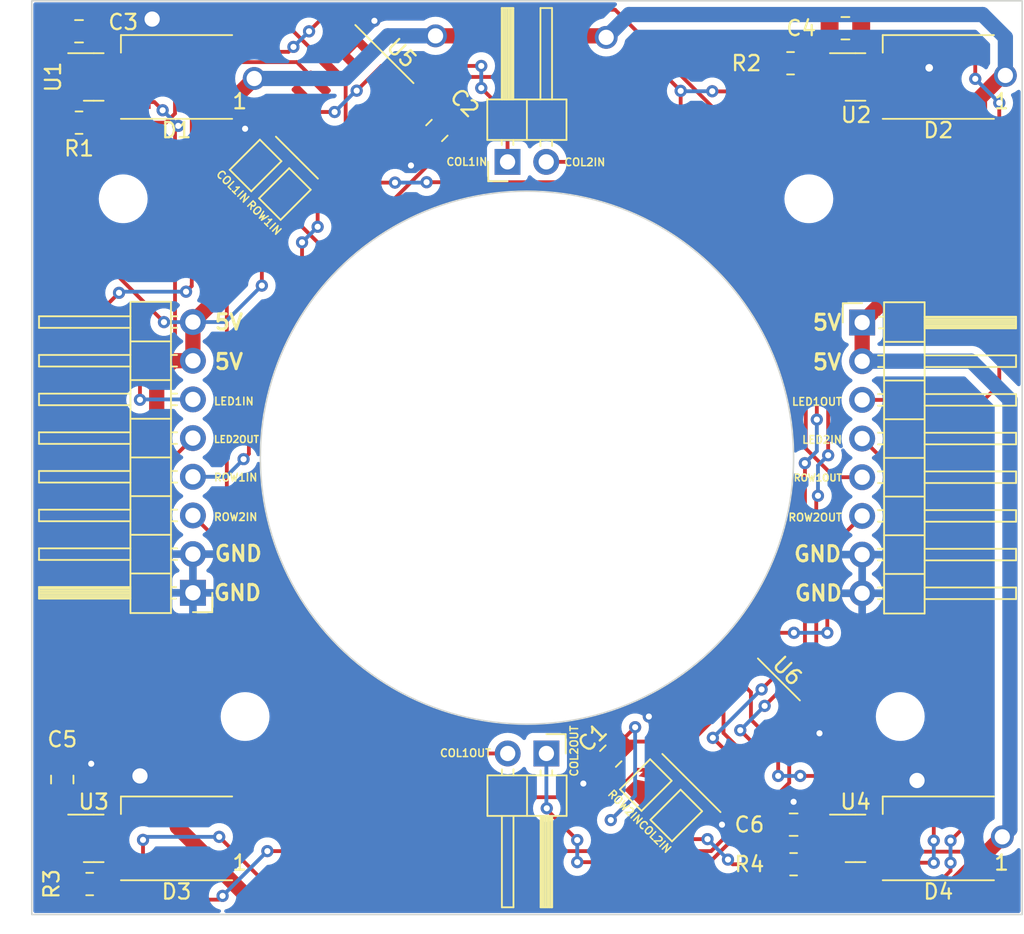
<source format=kicad_pcb>
(kicad_pcb (version 20221018) (generator pcbnew)
  (title_block (title "Sensor PCB") (date "2023-09-19") (rev "A") (company "ECE 477"))
  (layers (0 "F.Cu" signal) (31 "B.Cu" signal) (34 "B.Paste" user) (35 "F.Paste" user) (36 "B.SilkS" user "B.Silkscreen") (37 "F.SilkS" user "F.Silkscreen") (38 "B.Mask" user) (39 "F.Mask" user) (44 "Edge.Cuts" user))
  (net 0 "")
  (net 1 "+5V")
  (net 2 "GND")
  (net 3 "Net-(D1-DOUT)")
  (net 4 "/LED1_IN")
  (net 5 "/LED1_OUT")
  (net 6 "Net-(D3-DIN)")
  (net 7 "/LED2_IN")
  (net 8 "/LED2_OUT")
  (net 9 "/ROW1_IN")
  (net 10 "/ROW2_IN")
  (net 11 "/ROW1_OUT")
  (net 12 "/ROW2_OUT")
  (net 13 "/COL2_IN")
  (net 14 "/COL1_IN")
  (net 15 "/COL2_OUT")
  (net 16 "/COL1_OUT")
  (net 17 "Net-(U1-OUT)")
  (net 18 "Net-(U2-OUT)")
  (net 19 "Net-(U3-OUT)")
  (net 20 "Net-(U4-OUT)")
  (footprint "MountingHole:MountingHole_2.7mm_M2.5" (layer "F.Cu") (at 161 73)
    (fp_text reference "H3" hide)
    (fp_text value "MountingHole")
  )
  (footprint "MountingHole:MountingHole_2.7mm_M2.5" (layer "F.Cu") (at 124 107)
    (fp_text reference "H2" hide)
    (fp_text value "MountingHole")
  )
  (footprint "LED_SMD:LED_WS2812B_PLCC4_5.0x5.0mm_P3.2mm" (layer "F.Cu") (at 119.5 115 180)
    (fp_text reference "D3")
    (fp_text value "WS2812B")
  )
  (footprint "Capacitor_SMD:C_0805_2012Metric_Pad1.18x1.45mm_HandSolder" (layer "F.Cu") (at 160 114.1 180)
    (fp_text reference "C6")
    (fp_text value "0.1uF")
  )
  (footprint "LED_SMD:LED_WS2812B_PLCC4_5.0x5.0mm_P3.2mm" (layer "F.Cu") (at 119.5 65 180)
    (fp_text reference "D1")
    (fp_text value "WS2812B")
  )
  (footprint "Jumper:SolderJumper-2_P1.3mm_Open_TrianglePad1.0x1.5mm" (layer "F.Cu") (at 124.687348 70.812652 45)
    (fp_text reference "JP2" hide)
    (fp_text value "SolderJumper_2_Open")
  )
  (footprint "Connector_PinHeader_2.54mm:PinHeader_1x08_P2.54mm_Horizontal" (layer "F.Cu") (at 164.5 81.125)
    (fp_text reference "J2" hide)
    (fp_text value "Conn_01x08_Pin")
  )
  (footprint "Resistor_SMD:R_0805_2012Metric_Pad1.20x1.40mm_HandSolder" (layer "F.Cu") (at 159.8 64.1 180)
    (fp_text reference "R2")
    (fp_text value "10K")
  )
  (footprint "Package_TO_SOT_SMD:SOT-23" (layer "F.Cu") (at 164.0625 115)
    (fp_text reference "U4")
    (fp_text value "DRV5033AJxDBZ")
  )
  (footprint "Capacitor_SMD:C_0805_2012Metric_Pad1.18x1.45mm_HandSolder" (layer "F.Cu") (at 136.587348 68.512652 -135)
    (fp_text reference "C2")
    (fp_text value "0.1uF")
  )
  (footprint "Connector_PinHeader_2.54mm:PinHeader_1x08_P2.54mm_Horizontal" (layer "F.Cu") (at 120.575 98.875 180)
    (fp_text reference "J1" hide)
    (fp_text value "Conn_01x08_Pin")
  )
  (footprint "LED_SMD:LED_WS2812B_PLCC4_5.0x5.0mm_P3.2mm" (layer "F.Cu") (at 169.5 65 180)
    (fp_text reference "D2")
    (fp_text value "WS2812B")
  )
  (footprint "Capacitor_SMD:C_0805_2012Metric_Pad1.18x1.45mm_HandSolder" (layer "F.Cu") (at 113.1 62)
    (fp_text reference "C3")
    (fp_text value "0.1uF")
  )
  (footprint "Connector_PinHeader_2.54mm:PinHeader_1x02_P2.54mm_Horizontal" (layer "F.Cu") (at 141.225 70.575 90)
    (fp_text reference "J3" hide)
    (fp_text value "Conn_01x02_Pin")
  )
  (footprint "Package_TO_SOT_SMD:SOT-23" (layer "F.Cu") (at 164.0625 65)
    (fp_text reference "U2")
    (fp_text value "DRV5033AJxDBZ")
  )
  (footprint "Package_SO:SOIC-14_3.9x8.7mm_P1.27mm" (layer "F.Cu") (at 155.9 107.7 135)
    (fp_text reference "U6")
    (fp_text value "74LS11")
  )
  (footprint "Package_SO:SOIC-14_3.9x8.7mm_P1.27mm" (layer "F.Cu") (at 130.537259 67.162563 -45)
    (fp_text reference "U5")
    (fp_text value "74LS11")
  )
  (footprint "MountingHole:MountingHole_2.7mm_M2.5" (layer "F.Cu") (at 116 73)
    (fp_text reference "H1" hide)
    (fp_text value "MountingHole")
  )
  (footprint "Capacitor_SMD:C_0805_2012Metric_Pad1.18x1.45mm_HandSolder" (layer "F.Cu") (at 163.4 61.8)
    (fp_text reference "C4")
    (fp_text value "0.1uF")
  )
  (footprint "Jumper:SolderJumper-2_P1.3mm_Open_TrianglePad1.0x1.5mm" (layer "F.Cu") (at 150.3 111.5 45)
    (fp_text reference "JP4" hide)
    (fp_text value "SolderJumper_2_Open")
  )
  (footprint "Package_TO_SOT_SMD:SOT-23" (layer "F.Cu") (at 114.0625 115)
    (fp_text reference "U3")
    (fp_text value "DRV5033AJxDBZ")
  )
  (footprint "LED_SMD:LED_WS2812B_PLCC4_5.0x5.0mm_P3.2mm" (layer "F.Cu") (at 169.5 115 180)
    (fp_text reference "D4")
    (fp_text value "WS2812B")
  )
  (footprint "Jumper:SolderJumper-2_P1.3mm_Open_TrianglePad1.0x1.5mm" (layer "F.Cu") (at 126.612652 72.687348 45)
    (fp_text reference "JP1" hide)
    (fp_text value "SolderJumper_2_Open")
  )
  (footprint "Capacitor_SMD:C_0805_2012Metric_Pad1.18x1.45mm_HandSolder" (layer "F.Cu") (at 112 111.1375 90)
    (fp_text reference "C5")
    (fp_text value "0.1uF")
  )
  (footprint "Connector_PinHeader_2.54mm:PinHeader_1x02_P2.54mm_Horizontal" (layer "F.Cu") (at 143.775 109.425 -90)
    (fp_text reference "J4" hide)
    (fp_text value "Conn_01x02_Pin")
  )
  (footprint "Package_TO_SOT_SMD:SOT-23" (layer "F.Cu") (at 114.0625 65)
    (fp_text reference "U1")
    (fp_text value "DRV5033AJxDBZ")
  )
  (footprint "Jumper:SolderJumper-2_P1.3mm_Open_TrianglePad1.0x1.5mm" (layer "F.Cu") (at 152.3 113.5 45)
    (fp_text reference "JP3" hide)
    (fp_text value "SolderJumper_2_Open")
  )
  (footprint "Resistor_SMD:R_0805_2012Metric_Pad1.20x1.40mm_HandSolder" (layer "F.Cu") (at 160 116.7)
    (fp_text reference "R4")
    (fp_text value "10K")
  )
  (footprint "Resistor_SMD:R_0805_2012Metric_Pad1.20x1.40mm_HandSolder" (layer "F.Cu") (at 113.8 118 180)
    (fp_text reference "R3")
    (fp_text value "10K")
  )
  (footprint "Resistor_SMD:R_0805_2012Metric_Pad1.20x1.40mm_HandSolder" (layer "F.Cu") (at 113.1 68)
    (fp_text reference "R1")
    (fp_text value "10K")
  )
  (footprint "MountingHole:MountingHole_2.7mm_M2.5" (layer "F.Cu") (at 167 107)
    (fp_text reference "H4" hide)
    (fp_text value "MountingHole")
  )
  (footprint "Capacitor_SMD:C_0805_2012Metric_Pad1.18x1.45mm_HandSolder" (layer "F.Cu") (at 148 109.6 -135)
    (fp_text reference "C1")
    (fp_text value "0.1uF")
  )
  (gr_rect (start 110 60) (end 175 120) (stroke (width 0.1)) (fill none) (layer "Edge.Cuts"))
  (gr_circle (center 142.5 90) (end 160 90) (stroke (width 0.1)) (fill none) (layer "Edge.Cuts"))
  (gr_text "GND" (at 121.9 96.3) (layer "F.SilkS") (effects (font (size 1 1) (thickness 0.2) bold) (justify left)))
  (gr_text "LED1IN" (at 121.9 86.3) (layer "F.SilkS") (effects (font (size 0.5 0.5) (thickness 0.1) bold) (justify left)))
  (gr_text "ROW1OUT\n" (at 163.23 91.325) (layer "F.SilkS") (effects (font (size 0.45 0.45) (thickness 0.1) bold) (justify right)))
  (gr_text "ROW1IN" (at 121.9 91.3) (layer "F.SilkS") (effects (font (size 0.5 0.5) (thickness 0.1) bold) (justify left)))
  (gr_text "COL2IN" (at 149.9 113.9 315) (layer "F.SilkS") (effects (font (size 0.5 0.5) (thickness 0.1) bold) (justify left)))
  (gr_text "LED2OUT" (at 121.9 88.8) (layer "F.SilkS") (effects (font (size 0.45 0.45) (thickness 0.1) bold) (justify left)))
  (gr_text "COL1IN" (at 139.955 70.575) (layer "F.SilkS") (effects (font (size 0.5 0.5) (thickness 0.1) bold) (justify right)))
  (gr_text "GND" (at 163.23 96.325) (layer "F.SilkS") (effects (font (size 1 1) (thickness 0.2) bold) (justify right)))
  (gr_text "ROW2OUT\n" (at 163.23 93.925) (layer "F.SilkS") (effects (font (size 0.5 0.5) (thickness 0.1) bold) (justify right)))
  (gr_text "COL2OUT" (at 145.6 111 90) (layer "F.SilkS") (effects (font (size 0.5 0.5) (thickness 0.1) bold) (justify left)))
  (gr_text "LED1OUT" (at 163.23 86.325) (layer "F.SilkS") (effects (font (size 0.5 0.5) (thickness 0.1) bold) (justify right)))
  (gr_text "GND" (at 121.845 98.875) (layer "F.SilkS") (effects (font (size 1 1) (thickness 0.2) bold) (justify left)))
  (gr_text "5V" (at 121.9 83.7) (layer "F.SilkS") (effects (font (size 1 1) (thickness 0.2) bold) (justify left)))
  (gr_text "COL1OUT" (at 140.2 109.4) (layer "F.SilkS") (effects (font (size 0.5 0.5) (thickness 0.1) bold) (justify right)))
  (gr_text "ROW2IN" (at 147.9 111.9 315) (layer "F.SilkS") (effects (font (size 0.5 0.5) (thickness 0.1) bold) (justify left)))
  (gr_text "COL2IN" (at 144.9 70.6) (layer "F.SilkS") (effects (font (size 0.5 0.5) (thickness 0.1) bold) (justify left)))
  (gr_text "5V" (at 121.9 81.1) (layer "F.SilkS") (effects (font (size 1 1) (thickness 0.2) bold) (justify left)))
  (gr_text "5V" (at 163.23 83.725) (layer "F.SilkS") (effects (font (size 1 1) (thickness 0.2) bold) (justify right)))
  (gr_text "LED2IN\n" (at 163.23 88.825) (layer "F.SilkS") (effects (font (size 0.5 0.5) (thickness 0.1) bold) (justify right)))
  (gr_text "ROW1IN" (at 124.2 73.2 315) (layer "F.SilkS") (effects (font (size 0.5 0.5) (thickness 0.1) bold) (justify left)))
  (gr_text "ROW2IN\n" (at 121.9 93.9) (layer "F.SilkS") (effects (font (size 0.5 0.5) (thickness 0.1) bold) (justify left)))
  (gr_text "5V" (at 163.23 81.125) (layer "F.SilkS") (effects (font (size 1 1) (thickness 0.2) bold) (justify right)))
  (gr_text "COL1IN" (at 122.2 71.2 -45) (layer "F.SilkS") (effects (font (size 0.5 0.5) (thickness 0.1) bold) (justify left)))
  (gr_text "GND" (at 163.285 98.9) (layer "F.SilkS") (effects (font (size 1 1) (thickness 0.2) bold) (justify right)))
  (segment (start 112.0625 62) (end 112.0625 62.9875) (width 0.25) (layer "F.Cu") (net 1))
  (segment (start 160.025 117.725) (end 164.275 117.725) (width 0.25) (layer "F.Cu") (net 1))
  (segment (start 119.55 114.25) (end 121.75 116.45) (width 1) (layer "F.Cu") (net 1))
  (segment (start 112.1 74.5245) (end 118.6755 81.1) (width 0.25) (layer "F.Cu") (net 1))
  (segment (start 130.7 76.1) (end 137.320971 69.479029) (width 0.25) (layer "F.Cu") (net 1))
  (segment (start 136.541879 67.779029) (end 134.981425 66.218575) (width 0.25) (layer "F.Cu") (net 1))
  (segment (start 162.3625 61.8) (end 162.3625 63.2875) (width 0.25) (layer "F.Cu") (net 1))
  (segment (start 125.1 74.2) (end 125.1 78.7) (width 0.25) (layer "F.Cu") (net 1))
  (segment (start 164.275 117.725) (end 166.125 115.875) (width 0.25) (layer "F.Cu") (net 1))
  (segment (start 120.575 83.635) (end 120.575 81.095) (width 1) (layer "F.Cu") (net 1))
  (segment (start 112 112.925) (end 113.125 114.05) (width 0.25) (layer "F.Cu") (net 1))
  (segment (start 137.320971 67.779029) (end 136.541879 67.779029) (width 0.25) (layer "F.Cu") (net 1))
  (segment (start 171.95 66.65) (end 171.95 73.675) (width 1) (layer "F.Cu") (net 1))
  (segment (start 148.733623 108.566377) (end 149.6 107.7) (width 0.25) (layer "F.Cu") (net 1))
  (segment (start 126.049392 73.2) (end 126.1 73.2) (width 0.25) (layer "F.Cu") (net 1))
  (segment (start 121.75 116.45) (end 121.95 116.65) (width 1) (layer "F.Cu") (net 1))
  (segment (start 164.465749 65.875) (end 171.175 65.875) (width 0.25) (layer "F.Cu") (net 1))
  (segment (start 164.5 81.125) (end 164.5 83.665) (width 1) (layer "F.Cu") (net 1))
  (segment (start 149.787348 112.012652) (end 151.787348 114.012652) (width 0.25) (layer "F.Cu") (net 1))
  (segment (start 160.85 64.05) (end 160.8 64.1) (width 0.25) (layer "F.Cu") (net 1))
  (segment (start 159 116.7) (end 160.025 117.725) (width 0.25) (layer "F.Cu") (net 1))
  (segment (start 112.1 68) (end 112.1 74.5245) (width 0.25) (layer "F.Cu") (net 1))
  (segment (start 119.265 83.635) (end 118.2 84.7) (width 1) (layer "F.Cu") (net 1))
  (segment (start 161.0375 114.1) (end 163.075 114.1) (width 0.25) (layer "F.Cu") (net 1))
  (segment (start 155.999999 116.7) (end 159 116.7) (width 0.25) (layer "F.Cu") (net 1))
  (segment (start 163.075 114.1) (end 163.125 114.05) (width 0.25) (layer "F.Cu") (net 1))
  (segment (start 148.733623 108.866377) (end 148.733623 108.566377) (width 0.25) (layer "F.Cu") (net 1))
  (segment (start 112.0625 65.1125) (end 113.125 64.05) (width 0.25) (layer "F.Cu") (net 1))
  (segment (start 171.95 73.675) (end 164.5 81.125) (width 1) (layer "F.Cu") (net 1))
  (segment (start 173.7 64.9) (end 171.95 66.65) (width 1) (layer "F.Cu") (net 1))
  (segment (start 126.1 73.2) (end 125.1 74.2) (width 0.25) (layer "F.Cu") (net 1))
  (segment (start 113.125 114.540749) (end 114.8 116.215749) (width 0.25) (layer "F.Cu") (net 1))
  (segment (start 120.6 118) (end 121.95 116.65) (width 0.25) (layer "F.Cu") (net 1))
  (segment (start 159 116.1375) (end 161.0375 114.1) (width 0.25) (layer "F.Cu") (net 1))
  (segment (start 112.0625 67.9625) (end 112.0625 65.1125) (width 0.25) (layer "F.Cu") (net 1))
  (segment (start 169.4 119.2) (end 171.95 116.65) (width 1) (layer "F.Cu") (net 1))
  (segment (start 152.82505 115.050354) (end 154.350353 115.050354) (width 0.25) (layer "F.Cu") (net 1))
  (segment (start 155.693149 116.39315) (end 155.999999 116.7) (width 0.25) (layer "F.Cu") (net 1))
  (segment (start 163.125 64.05) (end 163.125 64.534251) (width 0.25) (layer "F.Cu") (net 1))
  (segment (start 114.8 116.215749) (end 114.8 118) (width 0.25) (layer "F.Cu") (net 1))
  (segment (start 120.575 81.095) (end 121.95 79.72) (width 1) (layer "F.Cu") (net 1))
  (segment (start 163.125 64.534251) (end 164.465749 65.875) (width 0.25) (layer "F.Cu") (net 1))
  (segment (start 119.55 107.35) (end 119.55 114.25) (width 1) (layer "F.Cu") (net 1))
  (segment (start 171.175 65.875) (end 171.95 66.65) (width 0.25) (layer "F.Cu") (net 1))
  (segment (start 148 113.8) (end 149.787348 112.012652) (width 0.25) (layer "F.Cu") (net 1))
  (segment (start 112 112.175) (end 112 112.925) (width 0.25) (layer "F.Cu") (net 1))
  (segment (start 121.95 66.65) (end 123.05 66.65) (width 1) (layer "F.Cu") (net 1))
  (segment (start 162.3625 63.2875) (end 163.125 64.05) (width 0.25) (layer "F.Cu") (net 1))
  (segment (start 114.8 118) (end 120.6 118) (width 0.25) (layer "F.Cu") (net 1))
  (segment (start 173.9 64.9) (end 173.7 64.9) (width 1) (layer "F.Cu") (net 1))
  (segment (start 121.75 116.45) (end 124.5 119.2) (width 1) (layer "F.Cu") (net 1))
  (segment (start 166.125 115.875) (end 171.175 115.875) (width 0.25) (layer "F.Cu") (net 1))
  (segment (start 124.174696 71.325304) (end 126.049392 73.2) (width 0.25) (layer "F.Cu") (net 1))
  (segment (start 151.455834 108.643988) (end 148.956012 108.643988) (width 0.25) (layer "F.Cu") (net 1))
  (segment (start 121.95 79.72) (end 121.95 66.65) (width 1) (layer "F.Cu") (net 1))
  (segment (start 163.125 64.05) (end 160.85 64.05) (width 0.25) (layer "F.Cu") (net 1))
  (segment (start 159 116.7) (end 159 116.1375) (width 0.25) (layer "F.Cu") (net 1))
  (segment (start 171.175 115.875) (end 171.95 116.65) (width 0.25) (layer "F.Cu") (net 1))
  (segment (start 136.5 62.3) (end 147.6 62.3) (width 1) (layer "F.Cu") (net 1))
  (segment (start 120.575 83.635) (end 119.265 83.635) (width 1) (layer "F.Cu") (net 1))
  (segment (start 112.0625 62.9875) (end 113.125 64.05) (width 0.25) (layer "F.Cu") (net 1))
  (segment (start 137.320971 69.479029) (end 137.320971 67.779029) (width 0.25) (layer "F.Cu") (net 1))
  (segment (start 148.956012 108.643988) (end 148.733623 108.866377) (width 0.25) (layer "F.Cu") (net 1))
  (segment (start 118.2 84.7) (end 118.2 106) (width 1) (layer "F.Cu") (net 1))
  (segment (start 124.5 119.2) (end 169.4 119.2) (width 1) (layer "F.Cu") (net 1))
  (segment (start 112.1 68) (end 112.0625 67.9625) (width 0.25) (layer "F.Cu") (net 1))
  (segment (start 118.2 106) (end 119.55 107.35) (width 1) (layer "F.Cu") (net 1))
  (segment (start 151.787348 114.012652) (end 152.82505 115.050354) (width 0.25) (layer "F.Cu") (net 1))
  (segment (start 129 76.1) (end 130.7 76.1) (width 0.25) (layer "F.Cu") (net 1))
  (segment (start 147.6 62.3) (end 147.7 62.4) (width 1) (layer "F.Cu") (net 1))
  (segment (start 173.7 114.9) (end 171.95 116.65) (width 1) (layer "F.Cu") (net 1))
  (segment (start 123.05 66.65) (end 124.6 65.1) (width 1) (layer "F.Cu") (net 1))
  (segment (start 113.125 114.05) (end 113.125 114.540749) (width 0.25) (layer "F.Cu") (net 1))
  (segment (start 126.1 73.2) (end 129 76.1) (width 0.25) (layer "F.Cu") (net 1))
  (via (at 155.693149 116.39315) (size 0.8) (drill 0.4) (layers "F.Cu" "B.Cu") (net 1))
  (via (at 173.7 114.9) (size 1.5) (drill 1) (layers "F.Cu" "B.Cu") (net 1))
  (via (at 118.6755 81.1) (size 0.8) (drill 0.4) (layers "F.Cu" "B.Cu") (net 1))
  (via (at 125.1 78.7) (size 0.8) (drill 0.4) (layers "F.Cu" "B.Cu") (net 1))
  (via (at 149.6 107.7) (size 0.8) (drill 0.4) (layers "F.Cu" "B.Cu") (net 1))
  (via (at 154.350353 115.050354) (size 0.8) (drill 0.4) (layers "F.Cu" "B.Cu") (net 1))
  (via (at 136.5 62.3) (size 1.5) (drill 1) (layers "F.Cu" "B.Cu") (net 1))
  (via (at 173.9 64.9) (size 1.5) (drill 1) (layers "F.Cu" "B.Cu") (net 1))
  (via (at 124.6 65.1) (size 1.5) (drill 1) (layers "F.Cu" "B.Cu") (net 1))
  (via (at 148 113.8) (size 0.8) (drill 0.4) (layers "F.Cu" "B.Cu") (net 1))
  (via (at 147.7 62.4) (size 1.5) (drill 1) (layers "F.Cu" "B.Cu") (net 1))
  (segment (start 120.575 81.095) (end 122.705 81.095) (width 0.25) (layer "B.Cu") (net 1))
  (segment (start 149.6 112.2) (end 148 113.8) (width 0.25) (layer "B.Cu") (net 1))
  (segment (start 118.6755 81.1) (end 120.57 81.1) (width 0.25) (layer "B.Cu") (net 1))
  (segment (start 171.665 83.665) (end 174.2 86.2) (width 1) (layer "B.Cu") (net 1))
  (segment (start 172.4 60.9) (end 173.9 62.4) (width 1) (layer "B.Cu") (net 1))
  (segment (start 133.368865 62.3) (end 136.5 62.3) (width 1) (layer "B.Cu") (net 1))
  (segment (start 124.6 65.1) (end 130.568865 65.1) (width 1) (layer "B.Cu") (net 1))
  (segment (start 164.5 83.665) (end 171.665 83.665) (width 1) (layer "B.Cu") (net 1))
  (segment (start 149.6 107.7) (end 149.6 112.2) (width 0.25) (layer "B.Cu") (net 1))
  (segment (start 174.2 114.4) (end 173.7 114.9) (width 1) (layer "B.Cu") (net 1))
  (segment (start 147.7 62.4) (end 149.2 60.9) (width 1) (layer "B.Cu") (net 1))
  (segment (start 122.705 81.095) (end 125.1 78.7) (width 0.25) (layer "B.Cu") (net 1))
  (segment (start 149.2 60.9) (end 172.4 60.9) (width 1) (layer "B.Cu") (net 1))
  (segment (start 174.2 86.2) (end 174.2 114.4) (width 1) (layer "B.Cu") (net 1))
  (segment (start 130.568865 65.1) (end 133.368865 62.3) (width 1) (layer "B.Cu") (net 1))
  (segment (start 154.350353 115.050354) (end 155.693149 116.39315) (width 0.25) (layer "B.Cu") (net 1))
  (segment (start 173.9 62.4) (end 173.9 64.9) (width 1) (layer "B.Cu") (net 1))
  (segment (start 120.57 81.1) (end 120.575 81.095) (width 0.25) (layer "B.Cu") (net 1))
  (segment (start 115 65) (end 115.4 65) (width 0.25) (layer "F.Cu") (net 2))
  (segment (start 124.293449 68.106551) (end 124 68.4) (width 0.25) (layer "F.Cu") (net 2))
  (segment (start 165 62.3625) (end 165 65) (width 0.25) (layer "F.Cu") (net 2))
  (segment (start 135.853725 69.246275) (end 135.853725 68.886926) (width 0.25) (layer "F.Cu") (net 2))
  (segment (start 165 115) (end 166.65 113.35) (width 0.25) (layer "F.Cu") (net 2))
  (segment (start 115 115) (end 115.4 115) (width 0.25) (layer "F.Cu") (net 2))
  (segment (start 160.344166 106.756012) (end 160.356012 106.756012) (width 0.25) (layer "F.Cu") (net 2))
  (segment (start 166.65 113.35) (end 167.05 113.35) (width 0.25) (layer "F.Cu") (net 2))
  (segment (start 131.481247 62.718397) (end 131.481247 62.318753) (width 0.25) (layer "F.Cu") (net 2))
  (segment (start 165.4 65) (end 167.05 63.35) (width 0.25) (layer "F.Cu") (net 2))
  (segment (start 167.85 63.35) (end 168.9 64.4) (width 1) (layer "F.Cu") (net 2))
  (segment (start 117.05 110.95) (end 117.1 110.9) (width 1) (layer "F.Cu") (net 2))
  (segment (start 115.4 65) (end 117.05 63.35) (width 0.25) (layer "F.Cu") (net 2))
  (segment (start 160.356012 106.756012) (end 161.7 108.1) (width 0.25) (layer "F.Cu") (net 2))
  (segment (start 165 65) (end 165.4 65) (width 0.25) (layer "F.Cu") (net 2))
  (segment (start 135.853725 68.886926) (end 134.0834 67.116601) (width 0.25) (layer "F.Cu") (net 2))
  (segment (start 154.956012 113.756012) (end 155.3 114.1) (width 0.25) (layer "F.Cu") (net 2))
  (segment (start 135.853725 69.846275) (end 134.887348 70.812652) (width 0.25) (layer "F.Cu") (net 2))
  (segment (start 112 110.1) (end 113.9 110.1) (width 0.25) (layer "F.Cu") (net 2))
  (segment (start 158.9625 114.1) (end 158.9625 113.6375) (width 0.25) (layer "F.Cu") (net 2))
  (segment (start 130.583221 63.616422) (end 130.583222 63.616422) (width 0.25) (layer "F.Cu") (net 2))
  (segment (start 130.583222 63.616422) (end 131.481247 62.718397) (width 0.25) (layer "F.Cu") (net 2))
  (segment (start 126.093093 68.106551) (end 124.293449 68.106551) (width 0.25) (layer "F.Cu") (net 2))
  (segment (start 115.4 115) (end 117.05 113.35) (width 0.25) (layer "F.Cu") (net 2))
  (segment (start 117.05 113.35) (end 117.05 110.95) (width 1) (layer "F.Cu") (net 2))
  (segment (start 147.266377 110.333623) (end 146.2 111.4) (width 0.25) (layer "F.Cu") (net 2))
  (segment (start 131.481247 62.318753) (end 132.487348 61.312652) (width 0.25) (layer "F.Cu") (net 2))
  (segment (start 154.956012 112.144166) (end 154.956013 112.144166) (width 0.25) (layer "F.Cu") (net 2))
  (segment (start 167.05 63.35) (end 167.85 63.35) (width 1) (layer "F.Cu") (net 2))
  (segment (start 167.05 112.25) (end 168.1 111.2) (width 1) (layer "F.Cu") (net 2))
  (segment (start 158.9625 113.6375) (end 160 112.6) (width 0.25) (layer "F.Cu") (net 2))
  (segment (start 117.05 62.05) (end 117.9 61.2) (width 1) (layer "F.Cu") (net 2))
  (segment (start 135.853725 69.246275) (end 135.853725 69.846275) (width 0.25) (layer "F.Cu") (net 2))
  (segment (start 154.956012 112.144166) (end 154.956012 113.756012) (width 0.25) (layer "F.Cu") (net 2))
  (segment (start 151.607897 107) (end 150.5 107) (width 0.25) (layer "F.Cu") (net 2))
  (segment (start 167.05 113.35) (end 167.05 112.25) (width 1) (layer "F.Cu") (net 2))
  (segment (start 152.353859 107.745962) (end 151.607897 107) (width 0.25) (layer "F.Cu") (net 2))
  (segment (start 164.4375 61.8) (end 165 62.3625) (width 0.25) (layer "F.Cu") (net 2))
  (segment (start 154.956013 112.144166) (end 155.854038 111.246141) (width 0.25) (layer "F.Cu") (net 2))
  (segment (start 117.05 63.35) (end 117.05 62.05) (width 1) (layer "F.Cu") (net 2))
  (segment (start 115 62.8625) (end 114.1375 62) (width 0.25) (layer "F.Cu") (net 2))
  (segment (start 115 65) (end 115 62.8625) (width 0.25) (layer "F.Cu") (net 2))
  (via (at 117.9 61.2) (size 1.5) (drill 1) (layers "F.Cu" "B.Cu") (net 2))
  (via (at 160 112.6) (size 0.8) (drill 0.4) (layers "F.Cu" "B.Cu") (net 2))
  (via (at 132.487348 61.312652) (size 0.8) (drill 0.4) (layers "F.Cu" "B.Cu") (net 2))
  (via (at 113.9 110.1) (size 0.8) (drill 0.4) (layers "F.Cu" "B.Cu") (net 2))
  (via (at 168.1 111.2) (size 1.5) (drill 1) (layers "F.Cu" "B.Cu") (net 2))
  (via (at 150.5 107) (size 0.8) (drill 0.4) (layers "F.Cu" "B.Cu") (net 2))
  (via (at 134.887348 70.812652) (size 0.8) (drill 0.4) (layers "F.Cu" "B.Cu") (net 2))
  (via (at 168.9 64.4) (size 1.5) (drill 0.5) (layers "F.Cu" "B.Cu") (net 2))
  (via (at 155.3 114.1) (size 0.8) (drill 0.4) (layers "F.Cu" "B.Cu") (net 2))
  (via (at 117.1 110.9) (size 1.5) (drill 1) (layers "F.Cu" "B.Cu") (net 2))
  (via (at 146.2 111.4) (size 0.8) (drill 0.4) (layers "F.Cu" "B.Cu") (net 2))
  (via (at 124 68.4) (size 0.8) (drill 0.4) (layers "F.Cu" "B.Cu") (net 2))
  (via (at 161.7 108.1) (size 0.8) (drill 0.4) (layers "F.Cu" "B.Cu") (net 2))
  (segment (start 156.9 69.2) (end 165.6 69.2) (width 0.25) (layer "F.Cu") (net 3))
  (segment (start 121.95 63.35) (end 126.849995 63.35) (width 0.25) (layer "F.Cu") (net 3))
  (segment (start 165.6 69.2) (end 167.05 67.75) (width 0.25) (layer "F.Cu") (net 3))
  (segment (start 128.197672 62.002326) (end 129.612346 60.587652) (width 0.25) (layer "F.Cu") (net 3))
  (segment (start 126.849995 63.35) (end 127.173072 63.026923) (width 0.25) (layer "F.Cu") (net 3))
  (segment (start 129.612346 60.587652) (end 148.287652 60.587652) (width 0.25) (layer "F.Cu") (net 3))
  (segment (start 148.287652 60.587652) (end 156.9 69.2) (width 0.25) (layer "F.Cu") (net 3))
  (segment (start 167.05 67.75) (end 167.05 66.65) (width 0.25) (layer "F.Cu") (net 3))
  (via (at 127.173072 63.026923) (size 0.8) (drill 0.4) (layers "F.Cu" "B.Cu") (net 3))
  (via (at 128.197672 62.002326) (size 0.8) (drill 0.4) (layers "F.Cu" "B.Cu") (net 3))
  (segment (start 127.173075 63.026923) (end 128.197672 62.002326) (width 0.25) (layer "B.Cu") (net 3))
  (segment (start 127.173072 63.026923) (end 127.173075 63.026923) (width 0.25) (layer "B.Cu") (net 3))
  (segment (start 119.4 68.424598) (end 119.612299 68.212299) (width 0.25) (layer "F.Cu") (net 4))
  (segment (start 117.05 66.65) (end 118.05 66.65) (width 0.25) (layer "F.Cu") (net 4))
  (segment (start 119.4005 82.332774) (end 117.1005 84.632774) (width 0.25) (layer "F.Cu") (net 4))
  (segment (start 119.612299 68.212299) (end 119.4005 68.424098) (width 0.25) (layer "F.Cu") (net 4))
  (segment (start 119.4005 68.424098) (end 119.4005 82.332774) (width 0.25) (layer "F.Cu") (net 4))
  (segment (start 118.05 66.65) (end 118.587701 67.187701) (width 0.25) (layer "F.Cu") (net 4))
  (segment (start 117.1005 84.632774) (end 117.1005 86.2) (width 0.25) (layer "F.Cu") (net 4))
  (via (at 118.587701 67.187701) (size 0.8) (drill 0.4) (layers "F.Cu" "B.Cu") (net 4))
  (via (at 119.612299 68.212299) (size 0.8) (drill 0.4) (layers "F.Cu" "B.Cu") (net 4))
  (via (at 117.1005 86.2) (size 0.8) (drill 0.4) (layers "F.Cu" "B.Cu") (net 4))
  (segment (start 118.587701 67.187701) (end 119.612299 68.212299) (width 0.25) (layer "B.Cu") (net 4))
  (segment (start 117.1005 86.2) (end 117.1255 86.175) (width 0.25) (layer "B.Cu") (net 4))
  (segment (start 117.1255 86.175) (end 120.575 86.175) (width 0.25) (layer "B.Cu") (net 4))
  (segment (start 171.922536 63.377464) (end 171.95 63.35) (width 0.25) (layer "F.Cu") (net 5))
  (segment (start 173.5 66.7) (end 173.5 85.2) (width 0.25) (layer "F.Cu") (net 5))
  (segment (start 171.922536 65.122536) (end 171.922536 63.377464) (width 0.25) (layer "F.Cu") (net 5))
  (segment (start 173.5 85.2) (end 172.495 86.205) (width 0.25) (layer "F.Cu") (net 5))
  (segment (start 172.495 86.205) (end 164.5 86.205) (width 0.25) (layer "F.Cu") (net 5))
  (via (at 173.5 66.7) (size 0.8) (drill 0.4) (layers "F.Cu" "B.Cu") (net 5))
  (via (at 171.922536 65.122536) (size 0.8) (drill 0.4) (layers "F.Cu" "B.Cu") (net 5))
  (segment (start 173.5 66.7) (end 171.922536 65.122536) (width 0.25) (layer "B.Cu") (net 5))
  (segment (start 171.95 113.5005) (end 170.3 115.1505) (width 0.25) (layer "F.Cu") (net 6))
  (segment (start 169.058274 118.375) (end 166.3 118.375) (width 0.25) (layer "F.Cu") (net 6))
  (segment (start 117.3 115.1) (end 117.3 116.4) (width 0.25) (layer "F.Cu") (net 6))
  (segment (start 117.3 116.4) (end 117.05 116.65) (width 0.25) (layer "F.Cu") (net 6))
  (segment (start 169.716637 117.716637) (end 169.058274 118.375) (width 0.25) (layer "F.Cu") (net 6))
  (segment (start 170.3 117.133274) (end 169.716637 117.716637) (width 0.25) (layer "F.Cu") (net 6))
  (segment (start 166.3 118.375) (end 125.775 118.375) (width 0.25) (layer "F.Cu") (net 6))
  (segment (start 171.95 113.35) (end 171.95 113.5005) (width 0.25) (layer "F.Cu") (net 6))
  (segment (start 170.3 116.5995) (end 170.3 117.133274) (width 0.25) (layer "F.Cu") (net 6))
  (segment (start 125.775 118.375) (end 122.3 114.9) (width 0.25) (layer "F.Cu") (net 6))
  (via (at 122.3 114.9) (size 0.8) (drill 0.4) (layers "F.Cu" "B.Cu") (net 6))
  (via (at 170.3 116.5995) (size 0.8) (drill 0.4) (layers "F.Cu" "B.Cu") (net 6))
  (via (at 170.3 115.1505) (size 0.8) (drill 0.4) (layers "F.Cu" "B.Cu") (net 6))
  (via (at 117.3 115.1) (size 0.8) (drill 0.4) (layers "F.Cu" "B.Cu") (net 6))
  (segment (start 122.3 114.9) (end 117.5 114.9) (width 0.25) (layer "B.Cu") (net 6))
  (segment (start 117.5 114.9) (end 117.3 115.1) (width 0.25) (layer "B.Cu") (net 6))
  (segment (start 170.3 115.1505) (end 170.3 116.5995) (width 0.25) (layer "B.Cu") (net 6))
  (segment (start 169.2 112.3) (end 169.2 115.1505) (width 0.25) (layer "F.Cu") (net 7))
  (segment (start 169.2 116.5995) (end 167.1005 116.5995) (width 0.25) (layer "F.Cu") (net 7))
  (segment (start 164.5 88.745) (end 171.1 95.345) (width 0.25) (layer "F.Cu") (net 7))
  (segment (start 167.1005 116.5995) (end 167.05 116.65) (width 0.25) (layer "F.Cu") (net 7))
  (segment (start 171.1 110.4) (end 170.9 110.6) (width 0.25) (layer "F.Cu") (net 7))
  (segment (start 171.1 106.8) (end 171.1 110.4) (width 0.25) (layer "F.Cu") (net 7))
  (segment (start 170.9 110.6) (end 169.2 112.3) (width 0.25) (layer "F.Cu") (net 7))
  (segment (start 171.1 95.345) (end 171.1 106.8) (width 0.25) (layer "F.Cu") (net 7))
  (via (at 169.2 116.5995) (size 0.8) (drill 0.4) (layers "F.Cu" "B.Cu") (net 7))
  (via (at 169.2 115.1505) (size 0.8) (drill 0.4) (layers "F.Cu" "B.Cu") (net 7))
  (segment (start 169.2 115.1505) (end 169.2 116.5995) (width 0.25) (layer "B.Cu") (net 7))
  (segment (start 121.95 112.075) (end 121.95 113.35) (width 0.25) (layer "F.Cu") (net 8))
  (segment (start 119.025 90.265) (end 119.025 105.658274) (width 0.25) (layer "F.Cu") (net 8))
  (segment (start 120.375 110.5) (end 121.95 112.075) (width 0.25) (layer "F.Cu") (net 8))
  (segment (start 120.375 107.008274) (end 120.375 110.5) (width 0.25) (layer "F.Cu") (net 8))
  (segment (start 119.025 105.658274) (end 120.375 107.008274) (width 0.25) (layer "F.Cu") (net 8))
  (segment (start 120.575 88.715) (end 119.025 90.265) (width 0.25) (layer "F.Cu") (net 8))
  (segment (start 128.762299 73.811691) (end 127.125304 72.174696) (width 0.25) (layer "F.Cu") (net 9))
  (segment (start 124.2495 81.3505) (end 124.2495 89.7505) (width 0.25) (layer "F.Cu") (net 9))
  (segment (start 128.762299 74.837701) (end 128.762299 73.811691) (width 0.25) (layer "F.Cu") (net 9))
  (segment (start 127.125304 72.174696) (end 128.8577 70.4423) (width 0.25) (layer "F.Cu") (net 9))
  (segment (start 130.224893 70.4423) (end 130.491297 70.708704) (width 0.25) (layer "F.Cu") (net 9))
  (segment (start 124.2495 81.3505) (end 127.737701 77.862299) (width 0.25) (layer "F.Cu") (net 9))
  (segment (start 128.8577 70.4423) (end 130.224893 70.4423) (width 0.25) (layer "F.Cu") (net 9))
  (segment (start 124.2495 89.7505) (end 123.9 90.1) (width 0.25) (layer "F.Cu") (net 9))
  (segment (start 127.737701 77.862299) (end 127.737701 75.862299) (width 0.25) (layer "F.Cu") (net 9))
  (via (at 123.9 90.1) (size 0.8) (drill 0.4) (layers "F.Cu" "B.Cu") (net 9))
  (via (at 127.737701 75.862299) (size 0.8) (drill 0.4) (layers "F.Cu" "B.Cu") (net 9))
  (via (at 128.762299 74.837701) (size 0.8) (drill 0.4) (layers "F.Cu" "B.Cu") (net 9))
  (segment (start 122.745 91.255) (end 123.9 90.1) (width 0.25) (layer "B.Cu") (net 9))
  (segment (start 120.575 91.255) (end 122.745 91.255) (width 0.25) (layer "B.Cu") (net 9))
  (segment (start 127.737701 75.862299) (end 128.762299 74.837701) (width 0.25) (layer "B.Cu") (net 9))
  (segment (start 150.950951 110.987348) (end 154.6 107.338299) (width 0.25) (layer "F.Cu") (net 10))
  (segment (start 147.97972 112.3) (end 149.77972 110.5) (width 0.25) (layer "F.Cu") (net 10))
  (segment (start 135.963604 112.3) (end 147.97972 112.3) (width 0.25) (layer "F.Cu") (net 10))
  (segment (start 122.35 98.686396) (end 135.963604 112.3) (width 0.25) (layer "F.Cu") (net 10))
  (segment (start 154.6 107.338299) (end 154.6 106.4) (width 0.25) (layer "F.Cu") (net 10))
  (segment (start 149.77972 110.5) (end 150.325304 110.5) (width 0.25) (layer "F.Cu") (net 10))
  (segment (start 150.325304 110.5) (end 150.812652 110.987348) (width 0.25) (layer "F.Cu") (net 10))
  (segment (start 122.35 95.57) (end 122.35 98.686396) (width 0.25) (layer "F.Cu") (net 10))
  (segment (start 120.575 93.795) (end 122.35 95.57) (width 0.25) (layer "F.Cu") (net 10))
  (segment (start 150.812652 110.987348) (end 150.950951 110.987348) (width 0.25) (layer "F.Cu") (net 10))
  (segment (start 154.6 106.4) (end 154.149911 105.949911) (width 0.25) (layer "F.Cu") (net 10))
  (segment (start 160.8 81.3) (end 151.412299 71.912299) (width 0.25) (layer "F.Cu") (net 11))
  (segment (start 151.412299 71.912299) (end 135.912299 71.912299) (width 0.25) (layer "F.Cu") (net 11))
  (segment (start 129.593271 71.606729) (end 129.924243 71.937701) (width 0.25) (layer "F.Cu") (net 11))
  (segment (start 129.924243 71.937701) (end 133.837701 71.937701) (width 0.25) (layer "F.Cu") (net 11))
  (segment (start 162.685 91.285) (end 160.8 89.4) (width 0.25) (layer "F.Cu") (net 11))
  (segment (start 160.8 89.4) (end 160.8 81.3) (width 0.25) (layer "F.Cu") (net 11))
  (segment (start 164.5 91.285) (end 162.685 91.285) (width 0.25) (layer "F.Cu") (net 11))
  (via (at 135.912299 71.912299) (size 0.8) (drill 0.4) (layers "F.Cu" "B.Cu") (net 11))
  (via (at 133.837701 71.937701) (size 0.8) (drill 0.4) (layers "F.Cu" "B.Cu") (net 11))
  (segment (start 135.886897 71.937701) (end 135.912299 71.912299) (width 0.25) (layer "B.Cu") (net 11))
  (segment (start 133.837701 71.937701) (end 135.886897 71.937701) (width 0.25) (layer "B.Cu") (net 11))
  (segment (start 158.599822 101.5) (end 156.843988 103.255834) (width 0.25) (layer "F.Cu") (net 12))
  (segment (start 162.212201 96.112799) (end 162.212201 101.5) (width 0.25) (layer "F.Cu") (net 12))
  (segment (start 160.021416 101.5) (end 158.599822 101.5) (width 0.25) (layer "F.Cu") (net 12))
  (segment (start 164.5 93.825) (end 162.212201 96.112799) (width 0.25) (layer "F.Cu") (net 12))
  (via (at 160.021416 101.5) (size 0.8) (drill 0.4) (layers "F.Cu" "B.Cu") (net 12))
  (via (at 162.212201 101.5) (size 0.8) (drill 0.4) (layers "F.Cu" "B.Cu") (net 12))
  (segment (start 162.212201 101.5) (end 160.021416 101.5) (width 0.25) (layer "B.Cu") (net 12))
  (segment (start 161.5245 81.388104) (end 150.711396 70.575) (width 0.25) (layer "F.Cu") (net 13))
  (segment (start 156.648115 110.348115) (end 156.752064 110.348115) (width 0.25) (layer "F.Cu") (net 13))
  (segment (start 161.5245 87.5) (end 161.5245 81.388104) (width 0.25) (layer "F.Cu") (net 13))
  (segment (start 152.812652 112.987348) (end 152.812652 112.449049) (width 0.25) (layer "F.Cu") (net 13))
  (segment (start 160.745916 90.370514) (end 160.737701 90.362299) (width 0.25) (layer "F.Cu") (net 13))
  (segment (start 150.711396 70.575) (end 143.765 70.575) (width 0.25) (layer "F.Cu") (net 13))
  (segment (start 154.7 108.4) (end 156.648115 110.348115) (width 0.25) (layer "F.Cu") (net 13))
  (segment (start 152.812652 112.449049) (end 155.461701 109.8) (width 0.25) (layer "F.Cu") (net 13))
  (segment (start 156.203949 109.8) (end 156.752064 110.348115) (width 0.25) (layer "F.Cu") (net 13))
  (segment (start 160.745916 102.372795) (end 157.899499 105.219212) (width 0.25) (layer "F.Cu") (net 13))
  (segment (start 160.745916 102.372795) (end 160.745916 90.370514) (width 0.25) (layer "F.Cu") (net 13))
  (segment (start 155.461701 109.8) (end 156.203949 109.8) (width 0.25) (layer "F.Cu") (net 13))
  (via (at 154.7 108.4) (size 0.8) (drill 0.4) (layers "F.Cu" "B.Cu") (net 13))
  (via (at 161.5245 87.5) (size 0.8) (drill 0.4) (layers "F.Cu" "B.Cu") (net 13))
  (via (at 157.899499 105.219212) (size 0.8) (drill 0.4) (layers "F.Cu" "B.Cu") (net 13))
  (via (at 160.737701 90.362299) (size 0.8) (drill 0.4) (layers "F.Cu" "B.Cu") (net 13))
  (segment (start 160.737701 90.362299) (end 161.5245 89.5755) (width 0.25) (layer "B.Cu") (net 13))
  (segment (start 161.5245 89.5755) (end 161.5245 87.5) (width 0.25) (layer "B.Cu") (net 13))
  (segment (start 157.880788 105.219212) (end 157.899499 105.219212) (width 0.25) (layer "B.Cu") (net 13))
  (segment (start 154.7 108.4) (end 157.880788 105.219212) (width 0.25) (layer "B.Cu") (net 13))
  (segment (start 139.5 64.2755) (end 132.949 64.2755) (width 0.25) (layer "F.Cu") (net 14))
  (segment (start 129.8755 67.3) (end 128.878645 67.3) (width 0.25) (layer "F.Cu") (net 14))
  (segment (start 125.2 70.3) (end 125.738121 70.3) (width 0.25) (layer "F.Cu") (net 14))
  (segment (start 141.225 67.4495) (end 139.5 65.7245) (width 0.25) (layer "F.Cu") (net 14))
  (segment (start 128.878645 67.3) (end 127.889144 66.310499) (width 0.25) (layer "F.Cu") (net 14))
  (segment (start 125.738121 70.3) (end 128.387348 67.650773) (width 0.25) (layer "F.Cu") (net 14))
  (segment (start 128.387348 66.808703) (end 127.889144 66.310499) (width 0.25) (layer "F.Cu") (net 14))
  (segment (start 141.225 70.575) (end 141.225 67.4495) (width 0.25) (layer "F.Cu") (net 14))
  (segment (start 132.949 64.2755) (end 131.3245 65.9) (width 0.25) (layer "F.Cu") (net 14))
  (segment (start 128.387348 67.650773) (end 128.387348 66.808703) (width 0.25) (layer "F.Cu") (net 14))
  (via (at 129.8755 67.3) (size 0.8) (drill 0.4) (layers "F.Cu" "B.Cu") (net 14))
  (via (at 139.5 64.2755) (size 0.8) (drill 0.4) (layers "F.Cu" "B.Cu") (net 14))
  (via (at 131.3245 65.9) (size 0.8) (drill 0.4) (layers "F.Cu" "B.Cu") (net 14))
  (via (at 139.5 65.7245) (size 0.8) (drill 0.4) (layers "F.Cu" "B.Cu") (net 14))
  (segment (start 131.2755 65.9) (end 129.8755 67.3) (width 0.25) (layer "B.Cu") (net 14))
  (segment (start 139.5 65.7245) (end 139.5 64.2755) (width 0.25) (layer "B.Cu") (net 14))
  (segment (start 131.3245 65.9) (end 131.2755 65.9) (width 0.25) (layer "B.Cu") (net 14))
  (segment (start 143.8 113.113201) (end 143.8 113.0245) (width 0.25) (layer "F.Cu") (net 15))
  (segment (start 154.4995 116.562201) (end 145.8 116.562201) (width 0.25) (layer "F.Cu") (net 15))
  (segment (start 159.712544 111.349157) (end 155.88085 115.180851) (width 0.25) (layer "F.Cu") (net 15))
  (segment (start 155.88085 115.180851) (end 154.4995 116.562201) (width 0.25) (layer "F.Cu") (net 15))
  (segment (start 159.446141 107.654038) (end 159.712544 107.920441) (width 0.25) (layer "F.Cu") (net 15))
  (segment (start 145.8 115.113201) (end 143.8 113.113201) (width 0.25) (layer "F.Cu") (net 15))
  (segment (start 159.712544 107.920441) (end 159.712544 111.349157) (width 0.25) (layer "F.Cu") (net 15))
  (via (at 145.8 116.562201) (size 0.8) (drill 0.4) (layers "F.Cu" "B.Cu") (net 15))
  (via (at 145.8 115.113201) (size 0.8) (drill 0.4) (layers "F.Cu" "B.Cu") (net 15))
  (via (at 143.8 113.0245) (size 0.8) (drill 0.4) (layers "F.Cu" "B.Cu") (net 15))
  (segment (start 143.8 113.0245) (end 143.775 112.9995) (width 0.25) (layer "B.Cu") (net 15))
  (segment (start 143.775 112.9995) (end 143.775 109.425) (width 0.25) (layer "B.Cu") (net 15))
  (segment (start 145.8 116.562201) (end 145.8 115.113201) (width 0.25) (layer "B.Cu") (net 15))
  (segment (start 122.8 98.5) (end 133.725 109.425) (width 0.25) (layer "F.Cu") (net 16))
  (segment (start 124.432878 66.942122) (end 122.8 68.575) (width 0.25) (layer "F.Cu") (net 16))
  (segment (start 126.724715 66.942122) (end 124.432878 66.942122) (width 0.25) (layer "F.Cu") (net 16))
  (segment (start 122.8 68.575) (end 122.8 98.5) (width 0.25) (layer "F.Cu") (net 16))
  (segment (start 126.991118 67.208525) (end 126.724715 66.942122) (width 0.25) (layer "F.Cu") (net 16))
  (segment (start 133.725 109.425) (end 141.235 109.425) (width 0.25) (layer "F.Cu") (net 16))
  (segment (start 119.4 67.4) (end 119.4 62.2) (width 0.25) (layer "F.Cu") (net 17))
  (segment (start 114.1 68) (end 118.8 68) (width 0.25) (layer "F.Cu") (net 17))
  (segment (start 126.770747 61.6) (end 129.685195 64.514448) (width 0.25) (layer "F.Cu") (net 17))
  (segment (start 129.685195 64.514448) (end 130.6 65.429253) (width 0.25) (layer "F.Cu") (net 17))
  (segment (start 120 61.6) (end 126.770747 61.6) (width 0.25) (layer "F.Cu") (net 17))
  (segment (start 130.6 65.429253) (end 130.6 69.021355) (width 0.25) (layer "F.Cu") (net 17))
  (segment (start 130.6 69.021355) (end 131.389323 69.810678) (width 0.25) (layer "F.Cu") (net 17))
  (segment (start 114.1 66.925) (end 113.125 65.95) (width 0.25) (layer "F.Cu") (net 17))
  (segment (start 114.1 68) (end 114.1 66.925) (width 0.25) (layer "F.Cu") (net 17))
  (segment (start 118.8 68) (end 119.4 67.4) (width 0.25) (layer "F.Cu") (net 17))
  (segment (start 119.4 62.2) (end 120 61.6) (width 0.25) (layer "F.Cu") (net 17))
  (segment (start 132.287348 68.912652) (end 132.020945 68.646249) (width 0.25) (layer "F.Cu") (net 18))
  (segment (start 158.1 106.3) (end 161.487701 102.912299) (width 0.25) (layer "F.Cu") (net 18))
  (segment (start 163.125 65.95) (end 154.674598 65.95) (width 0.25) (layer "F.Cu") (net 18))
  (segment (start 161.487701 102.912299) (end 161.487701 92.612299) (width 0.25) (layer "F.Cu") (net 18))
  (segment (start 154.674598 65.95) (end 154.662299 65.937701) (width 0.25) (layer "F.Cu") (net 18))
  (segment (start 161.487701 92.612299) (end 161.6 92.5) (width 0.25) (layer "F.Cu") (net 18))
  (segment (start 152.587701 71.814909) (end 152.587701 65.912299) (width 0.25) (layer "F.Cu") (net 18))
  (segment (start 162.268856 89.844258) (end 162.268856 81.496064) (width 0.25) (layer "F.Cu") (net 18))
  (segment (start 160.65 65.95) (end 163.125 65.95) (width 0.25) (layer "F.Cu") (net 18))
  (segment (start 162.136396 81.363604) (end 152.587701 71.814909) (width 0.25) (layer "F.Cu") (net 18))
  (segment (start 134.361523 65) (end 151.675402 65) (width 0.25) (layer "F.Cu") (net 18))
  (segment (start 151.675402 65) (end 152.587701 65.912299) (width 0.25) (layer "F.Cu") (net 18))
  (segment (start 158.8 64.1) (end 160.65 65.95) (width 0.25) (layer "F.Cu") (net 18))
  (segment (start 157.650089 109.450089) (end 157.650089 109.050089) (width 0.25) (layer "F.Cu") (net 18))
  (segment (start 132.020945 67.340578) (end 134.361523 65) (width 0.25) (layer "F.Cu") (net 18))
  (segment (start 162.268856 81.496064) (end 162.136396 81.363604) (width 0.25) (layer "F.Cu") (net 18))
  (segment (start 157.650089 109.050089) (end 156.5 107.9) (width 0.25) (layer "F.Cu") (net 18))
  (segment (start 132.020945 68.646249) (end 132.020945 67.340578) (width 0.25) (layer "F.Cu") (net 18))
  (via (at 162.268856 89.844258) (size 0.8) (drill 0.4) (layers "F.Cu" "B.Cu") (net 18))
  (via (at 154.662299 65.937701) (size 0.8) (drill 0.4) (layers "F.Cu" "B.Cu") (net 18))
  (via (at 152.587701 65.912299) (size 0.8) (drill 0.4) (layers "F.Cu" "B.Cu") (net 18))
  (via (at 161.6 92.5) (size 0.8) (drill 0.4) (layers "F.Cu" "B.Cu") (net 18))
  (via (at 156.5 107.9) (size 0.8) (drill 0.4) (layers "F.Cu" "B.Cu") (net 18))
  (via (at 158.1 106.3) (size 0.8) (drill 0.4) (layers "F.Cu" "B.Cu") (net 18))
  (segment (start 161.6 92.5) (end 161.6 90.513114) (width 0.25) (layer "B.Cu") (net 18))
  (segment (start 161.6 90.513114) (end 162.268856 89.844258) (width 0.25) (layer "B.Cu") (net 18))
  (segment (start 152.613103 65.937701) (end 152.587701 65.912299) (width 0.25) (layer "B.Cu") (net 18))
  (segment (start 154.662299 65.937701) (end 152.613103 65.937701) (width 0.25) (layer "B.Cu") (net 18))
  (segment (start 156.5 107.9) (end 158.1 106.3) (width 0.25) (layer "B.Cu") (net 18))
  (segment (start 157.916493 110.600377) (end 155.4 108.083884) (width 0.25) (layer "F.Cu") (net 19))
  (segment (start 127.399696 64.025) (end 123.125 64.025) (width 0.25) (layer "F.Cu") (net 19))
  (segment (start 125.462299 115.837701) (end 154.587604 115.837701) (width 0.25) (layer "F.Cu") (net 19))
  (segment (start 110.95 116.15) (end 112.8 118) (width 0.25) (layer "F.Cu") (net 19))
  (segment (start 113.825 119.025) (end 122.275 119.025) (width 0.25) (layer "F.Cu") (net 19))
  (segment (start 122.275 119.025) (end 122.522536 118.777464) (width 0.25) (layer "F.Cu") (net 19))
  (segment (start 157.916493 112.508812) (end 157.916493 110.600377) (width 0.25) (layer "F.Cu") (net 19))
  (segment (start 155.4 108.083884) (end 155.4 105.403949) (width 0.25) (layer "F.Cu") (net 19))
  (segment (start 122.45 64.7) (end 121.8 64.7) (width 0.25) (layer "F.Cu") (net 19))
  (segment (start 112.8 116.275) (end 113.125 115.95) (width 0.25) (layer "F.Cu") (net 19))
  (segment (start 123.125 64.025) (end 122.45 64.7) (width 0.25) (layer "F.Cu") (net 19))
  (segment (start 120.5 69.7) (end 120.5 78.725) (width 0.25) (layer "F.Cu") (net 19))
  (segment (start 110.95 83.95) (end 110.95 116.15) (width 0.25) (layer "F.Cu") (net 19))
  (segment (start 112.8 118) (end 112.8 116.275) (width 0.25) (layer "F.Cu") (net 19))
  (segment (start 120.5 66) (end 120.5 69.7) (width 0.25) (layer "F.Cu") (net 19))
  (segment (start 121.8 64.7) (end 120.5 66) (width 0.25) (layer "F.Cu") (net 19))
  (segment (start 120.5 78.725) (end 120.125 79.1) (width 0.25) (layer "F.Cu") (net 19))
  (segment (start 155.4 105.403949) (end 155.047936 105.051885) (width 0.25) (layer "F.Cu") (net 19))
  (segment (start 128.78717 65.412474) (end 127.399696 64.025) (width 0.25) (layer "F.Cu") (net 19))
  (segment (start 115.72545 79.17455) (end 110.95 83.95) (width 0.25) (layer "F.Cu") (net 19))
  (segment (start 154.587604 115.837701) (end 157.916493 112.508812) (width 0.25) (layer "F.Cu") (net 19))
  (segment (start 112.8 118) (end 113.825 119.025) (width 0.25) (layer "F.Cu") (net 19))
  (via (at 115.72545 79.17455) (size 0.8) (drill 0.4) (layers "F.Cu" "B.Cu") (net 19))
  (via (at 120.125 79.1) (size 0.8) (drill 0.4) (layers "F.Cu" "B.Cu") (net 19))
  (via (at 125.462299 115.837701) (size 0.8) (drill 0.4) (layers "F.Cu" "B.Cu") (net 19))
  (via (at 122.522536 118.777464) (size 0.8) (drill 0.4) (layers "F.Cu" "B.Cu") (net 19))
  (segment (start 122.522536 118.777464) (end 125.462299 115.837701) (width 0.25) (layer "B.Cu") (net 19))
  (segment (start 115.8 79.1) (end 115.72545 79.17455) (width 0.25) (layer "B.Cu") (net 19))
  (segment (start 120.125 79.1) (end 115.8 79.1) (width 0.25) (layer "B.Cu") (net 19))
  (segment (start 157.2 107.2) (end 157.2 105.407897) (width 0.25) (layer "F.Cu") (net 20))
  (segment (start 160.437044 110.9) (end 161.384251 110.9) (width 0.25) (layer "F.Cu") (net 20))
  (segment (start 162.375 116.7) (end 163.125 115.95) (width 0.25) (layer "F.Cu") (net 20))
  (segment (start 158.988044 108.991993) (end 158.988044 110.9) (width 0.25) (layer "F.Cu") (net 20))
  (segment (start 157.2 105.407897) (end 155.945962 104.153859) (width 0.25) (layer "F.Cu") (net 20))
  (segment (start 164.275 114.315749) (end 163.125 115.465749) (width 0.25) (layer "F.Cu") (net 20))
  (segment (start 161 116.7) (end 162.375 116.7) (width 0.25) (layer "F.Cu") (net 20))
  (segment (start 158.548115 108.552064) (end 158.548115 108.548115) (width 0.25) (layer "F.Cu") (net 20))
  (segment (start 163.125 115.465749) (end 163.125 115.95) (width 0.25) (layer "F.Cu") (net 20))
  (segment (start 164.275 113.790749) (end 164.275 114.315749) (width 0.25) (layer "F.Cu") (net 20))
  (segment (start 158.548115 108.552064) (end 158.988044 108.991993) (width 0.25) (layer "F.Cu") (net 20))
  (segment (start 158.548115 108.548115) (end 157.2 107.2) (width 0.25) (layer "F.Cu") (net 20))
  (segment (start 161.384251 110.9) (end 164.275 113.790749) (width 0.25) (layer "F.Cu") (net 20))
  (via (at 158.988044 110.9) (size 0.8) (drill 0.4) (layers "F.Cu" "B.Cu") (net 20))
  (via (at 160.437044 110.9) (size 0.8) (drill 0.4) (layers "F.Cu" "B.Cu") (net 20))
  (segment (start 158.988044 110.9) (end 160.437044 110.9) (width 0.25) (layer "B.Cu") (net 20))
  (zone (net 2) (net_name "GND") (layer "B.Cu") (connect_pads (clearance 0.5)) (min_thickness 0.25) (fill yes (thermal_gap 0.5) (thermal_bridge_width 0.5))
    (polygon (pts (xy 110.1 60.1) (xy 174.9 60.1) (xy 174.9 119.9) (xy 110.1 119.9)))
  )
)
</source>
